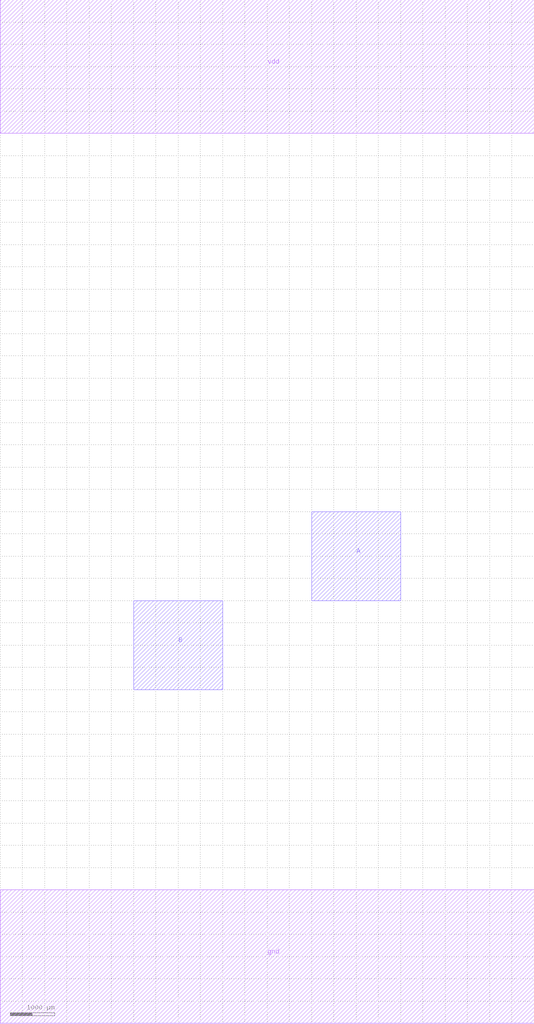
<source format=lef>
MACRO NAND2
 CLASS CORE ;
 ORIGIN 0 0 ;
 FOREIGN NAND2 0 0 ;
 SITE CORE ;
 SYMMETRY X Y R90 ;
  PIN vdd
   DIRECTION INOUT ;
   USE SIGNAL ;
   SHAPE ABUTMENT ;
    PORT
     CLASS CORE ;
       LAYER metal1 ;
        RECT 0.00000000 18500.00000000 12000.00000000 21500.00000000 ;
    END
  END vdd

  PIN gnd
   DIRECTION INOUT ;
   USE SIGNAL ;
   SHAPE ABUTMENT ;
    PORT
     CLASS CORE ;
       LAYER metal1 ;
        RECT 0.00000000 -1500.00000000 12000.00000000 1500.00000000 ;
    END
  END gnd

  PIN B
   DIRECTION INOUT ;
   USE SIGNAL ;
   SHAPE ABUTMENT ;
    PORT
     CLASS CORE ;
       LAYER metal2 ;
        RECT 3000.00000000 6000.00000000 5000.00000000 8000.00000000 ;
    END
  END B

  PIN A
   DIRECTION INOUT ;
   USE SIGNAL ;
   SHAPE ABUTMENT ;
    PORT
     CLASS CORE ;
       LAYER metal2 ;
        RECT 7000.00000000 8000.00000000 9000.00000000 10000.00000000 ;
    END
  END A


END NAND2

</source>
